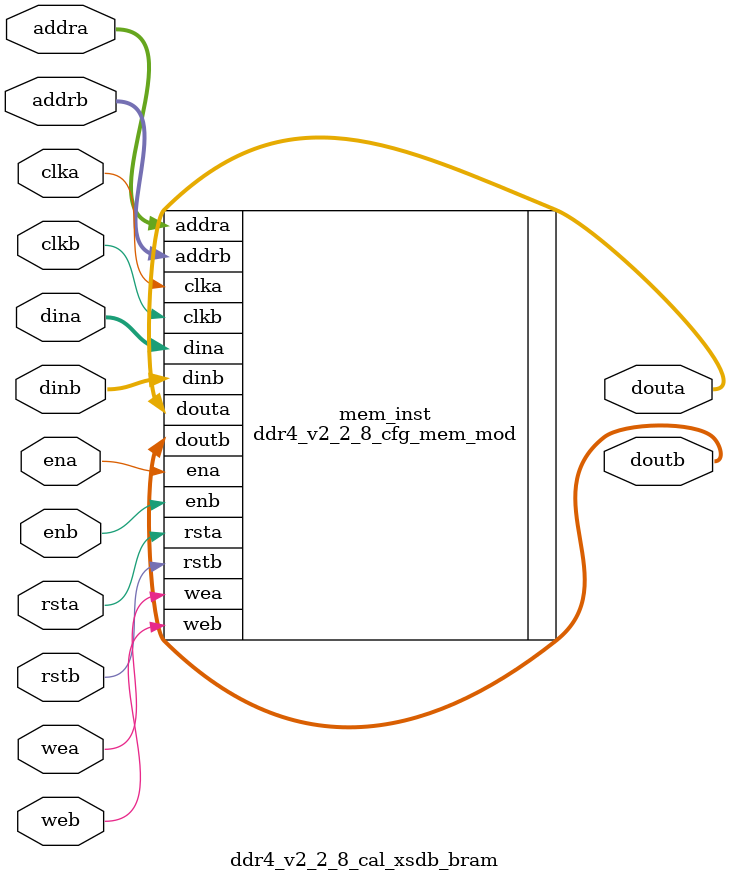
<source format=sv>
/******************************************************************************
// (c) Copyright 2013 - 2014 Xilinx, Inc. All rights reserved.
//
// This file contains confidential and proprietary information
// of Xilinx, Inc. and is protected under U.S. and
// international copyright and other intellectual property
// laws.
//
// DISCLAIMER
// This disclaimer is not a license and does not grant any
// rights to the materials distributed herewith. Except as
// otherwise provided in a valid license issued to you by
// Xilinx, and to the maximum extent permitted by applicable
// law: (1) THESE MATERIALS ARE MADE AVAILABLE "AS IS" AND
// WITH ALL FAULTS, AND XILINX HEREBY DISCLAIMS ALL WARRANTIES
// AND CONDITIONS, EXPRESS, IMPLIED, OR STATUTORY, INCLUDING
// BUT NOT LIMITED TO WARRANTIES OF MERCHANTABILITY, NON-
// INFRINGEMENT, OR FITNESS FOR ANY PARTICULAR PURPOSE; and
// (2) Xilinx shall not be liable (whether in contract or tort,
// including negligence, or under any other theory of
// liability) for any loss or damage of any kind or nature
// related to, arising under or in connection with these
// materials, including for any direct, or any indirect,
// special, incidental, or consequential loss or damage
// (including loss of data, profits, goodwill, or any type of
// loss or damage suffered as a result of any action brought
// by a third party) even if such damage or loss was
// reasonably foreseeable or Xilinx had been advised of the
// possibility of the same.
//
// CRITICAL APPLICATIONS
// Xilinx products are not designed or intended to be fail-
// safe, or for use in any application requiring fail-safe
// performance, such as life-support or safety devices or
// systems, Class III medical devices, nuclear facilities,
// applications related to the deployment of airbags, or any
// other applications that could lead to death, personal
// injury, or severe property or environmental damage
// (individually and collectively, "Critical
// Applications"). Customer assumes the sole risk and
// liability of any use of Xilinx products in Critical
// Applications, subject only to applicable laws and
// regulations governing limitations on product liability.
//
// THIS COPYRIGHT NOTICE AND DISCLAIMER MUST BE RETAINED AS
// PART OF THIS FILE AT ALL TIMES.
******************************************************************************/
//   ____  ____
//  /   /\/   /
// /___/  \  /    Vendor             : Xilinx
// \   \   \/     Version            : 2.0
//  \   \         Application        : MIG
//  /   /         Filename           : ddr4_v2_2_8_cal_xsdb_bram.sv
// /___/   /\     Date Last Modified : $Date: 2015/04/23 $
// \   \  /  \    Date Created       : Tue May 13 2014
//  \___\/\___\
//
// Device           : UltraScale
// Design Name      : DDR4 SDRAM & DDR3 SDRAM
// Purpose          :
//                   ddr4_v2_2_8_cal_xsdb_bram module
// Reference        :
// Revision History :
//*****************************************************************************
`timescale 1ns / 1ps

(* bram_map="yes" *)

module ddr4_v2_2_8_cal_xsdb_bram
    #(	
    
		parameter       	  MEM                        	  =  "DDR4"
		,parameter       	  DBYTES                     	  =  8 //4
		,parameter            START_ADDRESS                   =  18
		,parameter  		  SPREAD_SHEET_VERSION            =  2
		,parameter            RTL_VERSION                     =  0
		,parameter            MEM_CODE                        =  0
		,parameter  		  MEMORY_TYPE                     =  (MEM == "DDR4") ? 2 : 1
		,parameter            MEMORY_CONFIGURATION            =  1
		,parameter            MEMORY_VOLTAGE                  =  1
        ,parameter            CLKFBOUT_MULT_PLL               =  4
        ,parameter            DIVCLK_DIVIDE_PLL               =  1
        ,parameter            CLKOUT0_DIVIDE_PLL              =  1
        ,parameter            CLKFBOUT_MULT_MMCM              =  4
        ,parameter            DIVCLK_DIVIDE_MMCM              =  1
        ,parameter            CLKOUT0_DIVIDE_MMCM             =  4
		,parameter  		  DQBITS	                      =  64
		,parameter			  NIBBLE                          =  DQBITS/4
		,parameter  		  BITS_PER_BYTE                   =  8 //DQBITS/DBYTES
		,parameter  		  SLOTS                   =  1
		,parameter  		  ABITS                           =  10
		,parameter  		  BABITS                          =  2
		,parameter       	  BGBITS              	          =  2
		,parameter       	  CKEBITS                  		  =  4
		,parameter       	  CSBITS             	          =  4
		,parameter       	  ODTBITS                    	  =  4
		,parameter       	  DRAM_WIDTH                 	  =  8      // # of DQ per DQS
		,parameter       	  RANKS                      	  =  4 // 1      //1, 2, 3, or 4
		,parameter            S_HEIGHT                        =  1
		,parameter       	  nCK_PER_CLK                	  =  1      // # of memory CKs per fabric CLK
        ,parameter            tCK                             =  2000		
		,parameter       	  DM_DBI_SETTING             	  =  7     //// 3bits requried all 7
		,parameter            BISC_EN                         =  0
		,parameter       	  USE_CS_PORT             	      =  1     //// 1 bit
		,parameter            EXTRA_CMD_DELAY                 =  0     //// 1 bit
		,parameter            REG_CTRL_ON                     =  0     // RDIMM register control
		,parameter            CA_MIRROR                       =  0     //// 1 bit
		,parameter       	  DQS_GATE                   	  =  7
		,parameter       	  WRLVL                      	  =  7
		,parameter       	  RDLVL                      	  =  7
		,parameter       	  RDLVL_DBI                       =  7
		,parameter       	  WR_DQS_DQ                  	  =  7
		,parameter       	  WR_DQS_DM_DBI                   =  7
		,parameter            WRITE_LAT                       =  7
		,parameter       	  RDLVL_COMPLEX                   =  3     ///2 bits required all 3
		,parameter       	  WR_DQS_COMPLEX                  =  3     ///2 bits required all 3
		,parameter       	  DQS_TRACKING               	  =  3
		,parameter       	  RD_VREF                    	  =  3
		,parameter       	  RD_VREF_PATTERN                 =  3
		,parameter       	  WR_VREF                    	  =  3
		,parameter       	  WR_VREF_PATTERN                 =  3
		,parameter       	  DQS_SAMPLE_CNT             	  =  127
		,parameter       	  WRLVL_SAMPLE_CNT           	  =  255
		,parameter       	  RDLVL_SAMPLE_CNT           	  =  127
		,parameter       	  COMPLEX_LOOP_CNT           	  =  255
		,parameter       	  IODELAY_QTR_CK_TAP_CNT     	  =  255
		,parameter       	  DEBUG_MESSAGES     	          =  0
		,parameter         	  MR0                     		  =  13'b0000000110000
		,parameter         	  MR1                     		  =  13'b0000100000001 //RTT_NOM=RZQ/4 (60 Ohm)
		,parameter         	  MR2                     		  =  13'b0000000011000
		,parameter         	  MR3                     		  =  13'b0000000000000
		,parameter         	  MR4                     		  =  13'b0000000000000
		,parameter         	  MR5                     		  =  13'b0010000000000
		,parameter         	  MR6                     		  =  13'b0100000000000
		,parameter            ODTWR                           = 16'h0000
		,parameter            ODTRD                           = 16'h0000
		,parameter            SLOT0_CONFIG                    = 0     // all 9 bits
		,parameter            SLOT1_CONFIG                    = 0     // all 9 bits
		,parameter            SLOT0_FUNC_CS                   = 0     // all 9 bits
		,parameter            SLOT1_FUNC_CS                   = 0     // all 9 bits
		,parameter            SLOT0_ODD_CS                    = 0     // all 9 bits
		,parameter            SLOT1_ODD_CS                    = 0     // all 9 bits
		,parameter            DDR4_REG_RC03                   = 0     // all 9 bits
		,parameter            DDR4_REG_RC04                   = 0     // all 9 bits
		,parameter            DDR4_REG_RC05                   = 0     // all 9 bits
		,parameter            DDR4_REG_RC3X                   = 0     // all 9 bits
		
		,parameter         	  MR0_0                   		  =  MR0[8:0]
		,parameter         	  MR0_1                   		  =  {5'b0,MR0[12:9]}
		,parameter         	  MR1_0                   		  =  MR1[8:0]
		,parameter         	  MR1_1                   		  =  {5'b0,MR1[12:9]}
		,parameter         	  MR2_0                   	 	  =  MR2[8:0]
		,parameter         	  MR2_1                   		  =  {5'b0,MR2[12:9]}
		,parameter         	  MR3_0                   		  =  MR3[8:0]
		,parameter         	  MR3_1                   		  =  {5'b0,MR3[12:9]}
		,parameter         	  MR4_0                   		  =  MR4[8:0]
		,parameter         	  MR4_1                   		  =  {5'b0,MR4[12:9]}
		,parameter         	  MR5_0                   		  =  MR5[8:0]
		,parameter         	  MR5_1                   		  =  {5'b0,MR5[12:9]}
		,parameter         	  MR6_0                   		  =  MR6[8:0]
		,parameter         	  MR6_1                   		  =  {5'b0,MR6[12:9]}
  
       ,parameter NUM_BRAMS    = 1
	   ,parameter SIZE         = 36 * 1024 * NUM_BRAMS
    // Specify INITs as 9 bit blocks (256 locations per blockRAM)
       ,parameter ADDR_WIDTH   = 16
	   ,parameter DATA_WIDTH   = 9
       ,parameter PIPELINE_REG = 1 
    )
  (
	
		clka,
		clkb,
		ena,
		enb,
		addra,
		addrb,
		dina,
		dinb,
		douta,
		doutb,
		wea,
		web,
		rsta,
		rstb
);
input clka;
input clkb;
input ena;
input enb;
input [ADDR_WIDTH-1:0]addra;
input [ADDR_WIDTH-1:0]addrb;
input [DATA_WIDTH-1:0]dina;
input [DATA_WIDTH-1:0]dinb;
input wea;
input web;
input rsta;
input rstb;
output reg [DATA_WIDTH-1:0]douta;
output reg [DATA_WIDTH-1:0]doutb;


// Initial values to the BlockRam 0
localparam [8:0] mem0_init_0 = {4'b0,START_ADDRESS[4:0]};
localparam [8:0] mem0_init_1 = 9'b0;
localparam [8:0] mem0_init_2 = 9'b0;
localparam [8:0] mem0_init_3 = {5'b0,SPREAD_SHEET_VERSION[3:0]};
localparam [8:0] mem0_init_4 = {6'b0,MEMORY_TYPE[2:0]};
localparam [8:0] mem0_init_5 = RANKS;
localparam [8:0] mem0_init_6 = DBYTES[8:0]; // MAN - repeats DBYTES parameter (may hardwire to BYTES for initial SW compatability)
localparam [8:0] mem0_init_7 = NIBBLE[8:0];
localparam [8:0] mem0_init_8 = BITS_PER_BYTE[8:0];
localparam [8:0] mem0_init_9 = 9'b1;
localparam [8:0] mem0_init_10 = 9'b1;
localparam [8:0] mem0_init_11 = 9'b1;
localparam [8:0] mem0_init_12 = SLOTS;
localparam [8:0] mem0_init_13 = 9'b0;
localparam [8:0] mem0_init_14 = 9'b0;
localparam [8:0] mem0_init_15 = 9'b0;
localparam [8:0] mem0_init_16 = 9'b0;
localparam [8:0] mem0_init_17 = 9'b0;
localparam [8:0] mem0_init_18 = RTL_VERSION[8:0];
localparam [8:0] mem0_init_19 = 9'b0;
localparam [8:0] mem0_init_20 = NUM_BRAMS[8:0];
localparam [8:0] mem0_init_21 = {BGBITS[1:0],BABITS[1:0],ABITS[4:0]};
localparam [8:0] mem0_init_22 = {ODTBITS[2:0],CSBITS[2:0],CKEBITS[2:0]};
localparam [8:0] mem0_init_23 = DBYTES[8:0];
localparam [8:0] mem0_init_24 = DRAM_WIDTH[8:0];
localparam [8:0] mem0_init_25 = {CA_MIRROR[0],REG_CTRL_ON[0],EXTRA_CMD_DELAY[0],USE_CS_PORT[0],BISC_EN[0],DM_DBI_SETTING[2:0],nCK_PER_CLK[0]};
localparam [8:0] mem0_init_26 = {RDLVL[2:0],WRLVL[2:0],DQS_GATE[2:0]};
localparam [8:0] mem0_init_27 = {WR_DQS_DM_DBI[2:0],WR_DQS_DQ[2:0],RDLVL_DBI[2:0]};
localparam [8:0] mem0_init_28 = {WR_DQS_COMPLEX[2:0],RDLVL_COMPLEX[2:0],WRITE_LAT[2:0]};
localparam [8:0] mem0_init_29 = {DEBUG_MESSAGES[0],RD_VREF_PATTERN[1:0],WR_VREF_PATTERN[1:0],RD_VREF[1:0],WR_VREF[1:0]};
localparam [8:0] mem0_init_30 = {7'b0,DQS_TRACKING[1:0]};
localparam [8:0] mem0_init_31 = DQS_SAMPLE_CNT[8:0];
localparam [8:0] mem0_init_32 = WRLVL_SAMPLE_CNT[8:0];
localparam [8:0] mem0_init_33 = RDLVL_SAMPLE_CNT[8:0];
localparam [8:0] mem0_init_34 = COMPLEX_LOOP_CNT[8:0];
localparam [8:0] mem0_init_35 = IODELAY_QTR_CK_TAP_CNT[8:0];
localparam [8:0] mem0_init_36 = {5'b0,S_HEIGHT[3:0]};
localparam [8:0] mem0_init_37 = 9'b0;
localparam [8:0] mem0_init_38 = 9'b0;
localparam [8:0] mem0_init_39 = 9'b0;
localparam [8:0] mem0_init_40 = {1'b0, ODTWR[7:0]};
localparam [8:0] mem0_init_41 = {1'b0, ODTWR[15:8]};
localparam [8:0] mem0_init_42 = {1'b0, ODTRD[7:0]};
localparam [8:0] mem0_init_43 = {1'b0, ODTRD[15:8]};
localparam [8:0] mem0_init_44 = SLOT0_CONFIG;
localparam [8:0] mem0_init_45 = SLOT1_CONFIG;
localparam [8:0] mem0_init_46 = SLOT0_FUNC_CS;
localparam [8:0] mem0_init_47 = SLOT1_FUNC_CS;
localparam [8:0] mem0_init_48 = SLOT0_ODD_CS;
localparam [8:0] mem0_init_49 = SLOT1_ODD_CS;
localparam [8:0] mem0_init_50 = DDR4_REG_RC03;
localparam [8:0] mem0_init_51 = DDR4_REG_RC04;
localparam [8:0] mem0_init_52 = DDR4_REG_RC05;
localparam [8:0] mem0_init_53 = DDR4_REG_RC3X;
localparam [8:0] mem0_init_54 = MR0_0[8:0];
localparam [8:0] mem0_init_55 = MR0_1[8:0];
localparam [8:0] mem0_init_56 = MR1_0[8:0];
localparam [8:0] mem0_init_57 = MR1_1[8:0];
localparam [8:0] mem0_init_58 = MR2_0[8:0];
localparam [8:0] mem0_init_59 = MR2_1[8:0];
localparam [8:0] mem0_init_60 = MR3_0[8:0];
localparam [8:0] mem0_init_61 = MR3_1[8:0];
localparam [8:0] mem0_init_62 = MR4_0[8:0];
localparam [8:0] mem0_init_63 = MR4_1[8:0];
localparam [8:0] mem0_init_64 = MR5_0[8:0];
localparam [8:0] mem0_init_65 = MR5_1[8:0];
localparam [8:0] mem0_init_66 = MR6_0[8:0];
localparam [8:0] mem0_init_67 = MR6_1[8:0];
localparam [8:0] mem0_init_68 = 9'b0;
localparam [8:0] mem0_init_69 = tCK[8:0];
localparam [8:0] mem0_init_70 = tCK[16:9];
localparam [8:0] mem0_init_71 = MEMORY_CONFIGURATION[8:0];
localparam [8:0] mem0_init_72 = MEMORY_VOLTAGE[8:0];
localparam [8:0] mem0_init_73 = CLKFBOUT_MULT_PLL[8:0];
localparam [8:0] mem0_init_74 = DIVCLK_DIVIDE_PLL[8:0];
localparam [8:0] mem0_init_75 = CLKFBOUT_MULT_MMCM[8:0];
localparam [8:0] mem0_init_76 = DIVCLK_DIVIDE_MMCM[8:0];
localparam [8:0] mem0_init_77 = 9'b0;
localparam [8:0] mem0_init_78 = 9'b0;
localparam [8:0] mem0_init_79 = 9'b0;
localparam [8:0] mem0_init_80 = 9'b0;
localparam [8:0] mem0_init_81 = 9'b0;
localparam [8:0] mem0_init_82 = 9'b0;
localparam [8:0] mem0_init_83 = 9'b0;
localparam [8:0] mem0_init_84 = 9'b0;
localparam [8:0] mem0_init_85 = 9'b0;
localparam [8:0] mem0_init_86 = 9'b0;
localparam [8:0] mem0_init_87 = 9'b0;
localparam [8:0] mem0_init_88 = 9'b0;
localparam [8:0] mem0_init_89 = 9'b0;
localparam [8:0] mem0_init_90 = 9'b0;
localparam [8:0] mem0_init_91 = 9'b0;
localparam [8:0] mem0_init_92 = 9'b0;
localparam [8:0] mem0_init_93 = 9'b0;
localparam [8:0] mem0_init_94 = 9'b0;
localparam [8:0] mem0_init_95 = 9'b0;
localparam [8:0] mem0_init_96 = 9'b0;
localparam [8:0] mem0_init_97 = 9'b0;
localparam [8:0] mem0_init_98 = 9'b0;
localparam [8:0] mem0_init_99 = 9'b0;
localparam [8:0] mem0_init_100 = 9'b0;
localparam [8:0] mem0_init_101 = 9'b0;
localparam [8:0] mem0_init_102 = 9'b0;
localparam [8:0] mem0_init_103 = 9'b0;
localparam [8:0] mem0_init_104 = 9'b0;
localparam [8:0] mem0_init_105 = 9'b0;
localparam [8:0] mem0_init_106 = 9'b0;
localparam [8:0] mem0_init_107 = 9'b0;
localparam [8:0] mem0_init_108 = 9'b0;
localparam [8:0] mem0_init_109 = 9'b0;
localparam [8:0] mem0_init_110 = 9'b0;
localparam [8:0] mem0_init_111 = 9'b0;
localparam [8:0] mem0_init_112 = 9'b0;
localparam [8:0] mem0_init_113 = 9'b0;
localparam [8:0] mem0_init_114 = 9'b0;
localparam [8:0] mem0_init_115 = 9'b0;
localparam [8:0] mem0_init_116 = 9'b0;
localparam [8:0] mem0_init_117 = 9'b0;
localparam [8:0] mem0_init_118 = 9'b0;
localparam [8:0] mem0_init_119 = 9'b0;
localparam [8:0] mem0_init_120 = 9'b0;
localparam [8:0] mem0_init_121 = 9'b0;
localparam [8:0] mem0_init_122 = 9'b0;
localparam [8:0] mem0_init_123 = 9'b0;
localparam [8:0] mem0_init_124 = 9'b0;
localparam [8:0] mem0_init_125 = 9'b0;
localparam [8:0] mem0_init_126 = 9'b0;
localparam [8:0] mem0_init_127 = 9'b0;
localparam [8:0] mem0_init_128 = 9'b0;
localparam [8:0] mem0_init_129 = 9'b0;
localparam [8:0] mem0_init_130 = 9'b0;
localparam [8:0] mem0_init_131 = 9'b0;
localparam [8:0] mem0_init_132 = 9'b0;
localparam [8:0] mem0_init_133 = 9'b0;
localparam [8:0] mem0_init_134 = 9'b0;
localparam [8:0] mem0_init_135 = 9'b0;
localparam [8:0] mem0_init_136 = 9'b0;
localparam [8:0] mem0_init_137 = 9'b0;
localparam [8:0] mem0_init_138 = 9'b0;
localparam [8:0] mem0_init_139 = 9'b0;
localparam [8:0] mem0_init_140 = 9'b0;
localparam [8:0] mem0_init_141 = 9'b0;
localparam [8:0] mem0_init_142 = 9'b0;
localparam [8:0] mem0_init_143 = 9'b0;
localparam [8:0] mem0_init_144 = 9'b0;
localparam [8:0] mem0_init_145 = 9'b0;
localparam [8:0] mem0_init_146 = 9'b0;
localparam [8:0] mem0_init_147 = 9'b0;
localparam [8:0] mem0_init_148 = 9'b0;
localparam [8:0] mem0_init_149 = 9'b0;
localparam [8:0] mem0_init_150 = 9'b0;
localparam [8:0] mem0_init_151 = 9'b0;
localparam [8:0] mem0_init_152 = 9'b0;
localparam [8:0] mem0_init_153 = 9'b0;
localparam [8:0] mem0_init_154 = 9'b0;
localparam [8:0] mem0_init_155 = 9'b0;
localparam [8:0] mem0_init_156 = 9'b0;
localparam [8:0] mem0_init_157 = 9'b0;
localparam [8:0] mem0_init_158 = 9'b0;
localparam [8:0] mem0_init_159 = 9'b0;
localparam [8:0] mem0_init_160 = 9'b0;
localparam [8:0] mem0_init_161 = 9'b0;
localparam [8:0] mem0_init_162 = 9'b0;
localparam [8:0] mem0_init_163 = 9'b0;
localparam [8:0] mem0_init_164 = 9'b0;
localparam [8:0] mem0_init_165 = 9'b0;
localparam [8:0] mem0_init_166 = 9'b0;
localparam [8:0] mem0_init_167 = 9'b0;
localparam [8:0] mem0_init_168 = 9'b0;
localparam [8:0] mem0_init_169 = 9'b0;
localparam [8:0] mem0_init_170 = 9'b0;
localparam [8:0] mem0_init_171 = 9'b0;
localparam [8:0] mem0_init_172 = 9'b0;
localparam [8:0] mem0_init_173 = 9'b0;
localparam [8:0] mem0_init_174 = 9'b0;
localparam [8:0] mem0_init_175 = 9'b0;
localparam [8:0] mem0_init_176 = 9'b0;
localparam [8:0] mem0_init_177 = 9'b0;
localparam [8:0] mem0_init_178 = 9'b0;
localparam [8:0] mem0_init_179 = 9'b0;
localparam [8:0] mem0_init_180 = 9'b0;
localparam [8:0] mem0_init_181 = 9'b0;
localparam [8:0] mem0_init_182 = 9'b0;
localparam [8:0] mem0_init_183 = 9'b0;
localparam [8:0] mem0_init_184 = 9'b0;
localparam [8:0] mem0_init_185 = 9'b0;
localparam [8:0] mem0_init_186 = 9'b0;
localparam [8:0] mem0_init_187 = 9'b0;
localparam [8:0] mem0_init_188 = 9'b0;
localparam [8:0] mem0_init_189 = 9'b0;
localparam [8:0] mem0_init_190 = 9'b0;
localparam [8:0] mem0_init_191 = 9'b0;
localparam [8:0] mem0_init_192 = 9'b0;
localparam [8:0] mem0_init_193 = 9'b0;
localparam [8:0] mem0_init_194 = 9'b0;
localparam [8:0] mem0_init_195 = 9'b0;
localparam [8:0] mem0_init_196 = 9'b0;
localparam [8:0] mem0_init_197 = 9'b0;
localparam [8:0] mem0_init_198 = 9'b0;
localparam [8:0] mem0_init_199 = 9'b0;
localparam [8:0] mem0_init_200 = 9'b0;
localparam [8:0] mem0_init_201 = 9'b0;
localparam [8:0] mem0_init_202 = 9'b0;
localparam [8:0] mem0_init_203 = 9'b0;
localparam [8:0] mem0_init_204 = 9'b0;
localparam [8:0] mem0_init_205 = 9'b0;
localparam [8:0] mem0_init_206 = 9'b0;
localparam [8:0] mem0_init_207 = 9'b0;
localparam [8:0] mem0_init_208 = 9'b0;
localparam [8:0] mem0_init_209 = 9'b0;
localparam [8:0] mem0_init_210 = 9'b0;
localparam [8:0] mem0_init_211 = 9'b0;
localparam [8:0] mem0_init_212 = 9'b0;
localparam [8:0] mem0_init_213 = 9'b0;
localparam [8:0] mem0_init_214 = 9'b0;
localparam [8:0] mem0_init_215 = 9'b0;
localparam [8:0] mem0_init_216 = 9'b0;
localparam [8:0] mem0_init_217 = 9'b0;
localparam [8:0] mem0_init_218 = 9'b0;
localparam [8:0] mem0_init_219 = 9'b0;
localparam [8:0] mem0_init_220 = 9'b0;
localparam [8:0] mem0_init_221 = 9'b0;
localparam [8:0] mem0_init_222 = 9'b0;
localparam [8:0] mem0_init_223 = 9'b0;
localparam [8:0] mem0_init_224 = 9'b0;
localparam [8:0] mem0_init_225 = 9'b0;
localparam [8:0] mem0_init_226 = 9'b0;
localparam [8:0] mem0_init_227 = 9'b0;
localparam [8:0] mem0_init_228 = 9'b0;
localparam [8:0] mem0_init_229 = 9'b0;
localparam [8:0] mem0_init_230 = 9'b0;
localparam [8:0] mem0_init_231 = 9'b0;
localparam [8:0] mem0_init_232 = 9'b0;
localparam [8:0] mem0_init_233 = 9'b0;
localparam [8:0] mem0_init_234 = 9'b0;
localparam [8:0] mem0_init_235 = 9'b0;
localparam [8:0] mem0_init_236 = 9'b0;
localparam [8:0] mem0_init_237 = 9'b0;
localparam [8:0] mem0_init_238 = 9'b0;
localparam [8:0] mem0_init_239 = 9'b0;
localparam [8:0] mem0_init_240 = 9'b0;
localparam [8:0] mem0_init_241 = 9'b0;
localparam [8:0] mem0_init_242 = 9'b0;
localparam [8:0] mem0_init_243 = 9'b0;
localparam [8:0] mem0_init_244 = 9'b0;
localparam [8:0] mem0_init_245 = 9'b0;
localparam [8:0] mem0_init_246 = 9'b0;
localparam [8:0] mem0_init_247 = 9'b0;
localparam [8:0] mem0_init_248 = 9'b0;
localparam [8:0] mem0_init_249 = 9'b0;
localparam [8:0] mem0_init_250 = 9'b0;
localparam [8:0] mem0_init_251 = 9'b0;
localparam [8:0] mem0_init_252 = 9'b0;
localparam [8:0] mem0_init_253 = 9'b0;
localparam [8:0] mem0_init_254 = 9'b0;
localparam [8:0] mem0_init_255 = 9'b0;

localparam [256*9-1:0] INIT_BRAM0 = {mem0_init_255,mem0_init_254,mem0_init_253,mem0_init_252,mem0_init_251,mem0_init_250,mem0_init_249,mem0_init_248,mem0_init_247,mem0_init_246,mem0_init_245,mem0_init_244,mem0_init_243,mem0_init_242,mem0_init_241,mem0_init_240,mem0_init_239,mem0_init_238,mem0_init_237,mem0_init_236,mem0_init_235,mem0_init_234,mem0_init_233,mem0_init_232,mem0_init_231,mem0_init_230,mem0_init_229,mem0_init_228,mem0_init_227,mem0_init_226,mem0_init_225,mem0_init_224,mem0_init_223,mem0_init_222,mem0_init_221,mem0_init_220,mem0_init_219,mem0_init_218,mem0_init_217,mem0_init_216,mem0_init_215,mem0_init_214,mem0_init_213,mem0_init_212,mem0_init_211,mem0_init_210,mem0_init_209,mem0_init_208,mem0_init_207,mem0_init_206,mem0_init_205,mem0_init_204,mem0_init_203,mem0_init_202,mem0_init_201,mem0_init_200,mem0_init_199,mem0_init_198,mem0_init_197,mem0_init_196,mem0_init_195,mem0_init_194,mem0_init_193,mem0_init_192,mem0_init_191,mem0_init_190,mem0_init_189,mem0_init_188,mem0_init_187,mem0_init_186,mem0_init_185,mem0_init_184,mem0_init_183,mem0_init_182,mem0_init_181,mem0_init_180,mem0_init_179,mem0_init_178,mem0_init_177,mem0_init_176,mem0_init_175,mem0_init_174,mem0_init_173,mem0_init_172,mem0_init_171,mem0_init_170,mem0_init_169,mem0_init_168,mem0_init_167,mem0_init_166,mem0_init_165,mem0_init_164,mem0_init_163,mem0_init_162,mem0_init_161,mem0_init_160,mem0_init_159,mem0_init_158,mem0_init_157,mem0_init_156,mem0_init_155,mem0_init_154,mem0_init_153,mem0_init_152,mem0_init_151,mem0_init_150,mem0_init_149,mem0_init_148,mem0_init_147,mem0_init_146,mem0_init_145,mem0_init_144,mem0_init_143,mem0_init_142,mem0_init_141,mem0_init_140,mem0_init_139,mem0_init_138,mem0_init_137,mem0_init_136,mem0_init_135,mem0_init_134,mem0_init_133,mem0_init_132,mem0_init_131,mem0_init_130,mem0_init_129,mem0_init_128,mem0_init_127,mem0_init_126,mem0_init_125,mem0_init_124,mem0_init_123,mem0_init_122,mem0_init_121,mem0_init_120,mem0_init_119,mem0_init_118,mem0_init_117,mem0_init_116,mem0_init_115,mem0_init_114,mem0_init_113,mem0_init_112,mem0_init_111,mem0_init_110,mem0_init_109,mem0_init_108,mem0_init_107,mem0_init_106,mem0_init_105,mem0_init_104,mem0_init_103,mem0_init_102,mem0_init_101,mem0_init_100,mem0_init_99,mem0_init_98,mem0_init_97,mem0_init_96,mem0_init_95,mem0_init_94,mem0_init_93,mem0_init_92,mem0_init_91,mem0_init_90,mem0_init_89,mem0_init_88,mem0_init_87,mem0_init_86,mem0_init_85,mem0_init_84,mem0_init_83,mem0_init_82,mem0_init_81,mem0_init_80,mem0_init_79,mem0_init_78,mem0_init_77,mem0_init_76,mem0_init_75,mem0_init_74,mem0_init_73,mem0_init_72,mem0_init_71,mem0_init_70,mem0_init_69,mem0_init_68,mem0_init_67,mem0_init_66,mem0_init_65,mem0_init_64,mem0_init_63,mem0_init_62,mem0_init_61,mem0_init_60,mem0_init_59,mem0_init_58,mem0_init_57,mem0_init_56,mem0_init_55,mem0_init_54,mem0_init_53,mem0_init_52,mem0_init_51,mem0_init_50,mem0_init_49,mem0_init_48,mem0_init_47,mem0_init_46,mem0_init_45,mem0_init_44,mem0_init_43,mem0_init_42,mem0_init_41,mem0_init_40,mem0_init_39,mem0_init_38,mem0_init_37,mem0_init_36,mem0_init_35,mem0_init_34,mem0_init_33,mem0_init_32,mem0_init_31,mem0_init_30,mem0_init_29,mem0_init_28,mem0_init_27,mem0_init_26,mem0_init_25,mem0_init_24,mem0_init_23,mem0_init_22,mem0_init_21,mem0_init_20,mem0_init_19,mem0_init_18,mem0_init_17,mem0_init_16,mem0_init_15,mem0_init_14,mem0_init_13,mem0_init_12,mem0_init_11,mem0_init_10,mem0_init_9,mem0_init_8,mem0_init_7,mem0_init_6,mem0_init_5,mem0_init_4,mem0_init_3,mem0_init_2,mem0_init_1,mem0_init_0};

// Populate INIT's for rest of BlockRAMs if required
localparam [256*9*NUM_BRAMS-1:0] INIT = ( NUM_BRAMS == 1 ) ? INIT_BRAM0 : ( NUM_BRAMS == 2 ) ? {2304'b0 ,INIT_BRAM0} : {{2{2304'b0}} ,INIT_BRAM0};

ddr4_v2_2_8_cfg_mem_mod # (
               .SIZE(SIZE),
               .INIT(INIT),
               .ADDR_WIDTH(ADDR_WIDTH),
               .DATA_WIDTH(9),
               .PIPELINE_REG(PIPELINE_REG)
              )
     mem_inst (
                .clka(clka),
                .clkb(clkb),
                .ena(ena),
                .enb(enb),
                .addra(addra),
                .addrb(addrb),
                .dina(dina),
                .dinb(dinb),
                .wea(wea),
                .web(web),
                .rsta(rsta),
                .rstb(rstb),
                .douta(douta),
                .doutb(doutb)
               );

endmodule


</source>
